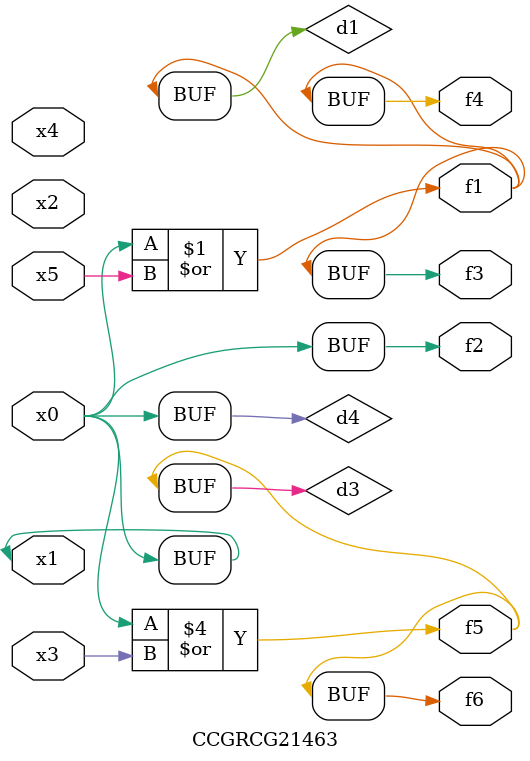
<source format=v>
module CCGRCG21463(
	input x0, x1, x2, x3, x4, x5,
	output f1, f2, f3, f4, f5, f6
);

	wire d1, d2, d3, d4;

	or (d1, x0, x5);
	xnor (d2, x1, x4);
	or (d3, x0, x3);
	buf (d4, x0, x1);
	assign f1 = d1;
	assign f2 = d4;
	assign f3 = d1;
	assign f4 = d1;
	assign f5 = d3;
	assign f6 = d3;
endmodule

</source>
